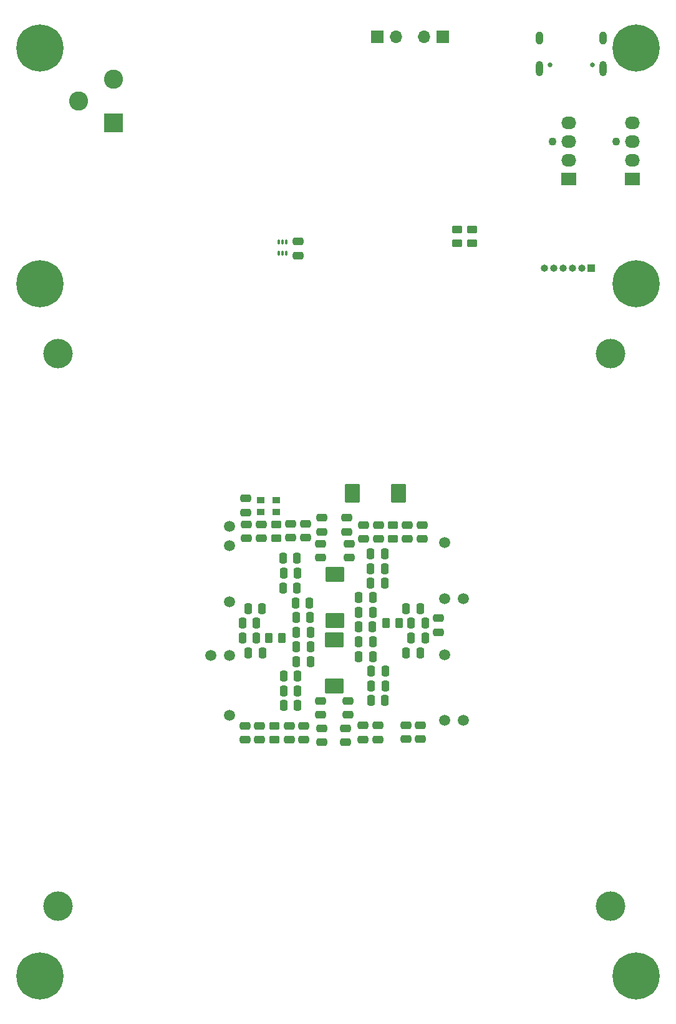
<source format=gbs>
G04 #@! TF.GenerationSoftware,KiCad,Pcbnew,7.0.7-7.0.7~ubuntu22.04.1*
G04 #@! TF.CreationDate,2024-01-04T12:49:52+01:00*
G04 #@! TF.ProjectId,piaxe,70696178-652e-46b6-9963-61645f706362,rev?*
G04 #@! TF.SameCoordinates,Original*
G04 #@! TF.FileFunction,Soldermask,Bot*
G04 #@! TF.FilePolarity,Negative*
%FSLAX46Y46*%
G04 Gerber Fmt 4.6, Leading zero omitted, Abs format (unit mm)*
G04 Created by KiCad (PCBNEW 7.0.7-7.0.7~ubuntu22.04.1) date 2024-01-04 12:49:52*
%MOMM*%
%LPD*%
G01*
G04 APERTURE LIST*
G04 Aperture macros list*
%AMRoundRect*
0 Rectangle with rounded corners*
0 $1 Rounding radius*
0 $2 $3 $4 $5 $6 $7 $8 $9 X,Y pos of 4 corners*
0 Add a 4 corners polygon primitive as box body*
4,1,4,$2,$3,$4,$5,$6,$7,$8,$9,$2,$3,0*
0 Add four circle primitives for the rounded corners*
1,1,$1+$1,$2,$3*
1,1,$1+$1,$4,$5*
1,1,$1+$1,$6,$7*
1,1,$1+$1,$8,$9*
0 Add four rect primitives between the rounded corners*
20,1,$1+$1,$2,$3,$4,$5,0*
20,1,$1+$1,$4,$5,$6,$7,0*
20,1,$1+$1,$6,$7,$8,$9,0*
20,1,$1+$1,$8,$9,$2,$3,0*%
G04 Aperture macros list end*
%ADD10C,0.800000*%
%ADD11C,6.400000*%
%ADD12C,4.000000*%
%ADD13R,1.700000X1.700000*%
%ADD14O,1.700000X1.700000*%
%ADD15R,1.000000X1.000000*%
%ADD16O,1.000000X1.000000*%
%ADD17C,1.100000*%
%ADD18R,2.030000X1.730000*%
%ADD19O,2.030000X1.730000*%
%ADD20R,2.600000X2.600000*%
%ADD21C,2.600000*%
%ADD22C,0.650000*%
%ADD23O,1.000000X2.100000*%
%ADD24O,1.000000X1.800000*%
%ADD25RoundRect,0.250000X0.250000X0.475000X-0.250000X0.475000X-0.250000X-0.475000X0.250000X-0.475000X0*%
%ADD26RoundRect,0.250000X0.475000X-0.250000X0.475000X0.250000X-0.475000X0.250000X-0.475000X-0.250000X0*%
%ADD27C,1.500000*%
%ADD28RoundRect,0.250000X1.025000X-0.787500X1.025000X0.787500X-1.025000X0.787500X-1.025000X-0.787500X0*%
%ADD29RoundRect,0.250000X-0.475000X0.250000X-0.475000X-0.250000X0.475000X-0.250000X0.475000X0.250000X0*%
%ADD30RoundRect,0.250000X0.262500X0.450000X-0.262500X0.450000X-0.262500X-0.450000X0.262500X-0.450000X0*%
%ADD31RoundRect,0.250000X-0.262500X-0.450000X0.262500X-0.450000X0.262500X0.450000X-0.262500X0.450000X0*%
%ADD32RoundRect,0.250000X-0.250000X-0.475000X0.250000X-0.475000X0.250000X0.475000X-0.250000X0.475000X0*%
%ADD33RoundRect,0.250000X-1.025000X0.787500X-1.025000X-0.787500X1.025000X-0.787500X1.025000X0.787500X0*%
%ADD34RoundRect,0.250000X-0.450000X0.262500X-0.450000X-0.262500X0.450000X-0.262500X0.450000X0.262500X0*%
%ADD35R,1.000000X0.900000*%
%ADD36RoundRect,0.250000X0.450000X-0.262500X0.450000X0.262500X-0.450000X0.262500X-0.450000X-0.262500X0*%
%ADD37RoundRect,0.050000X0.100000X-0.285000X0.100000X0.285000X-0.100000X0.285000X-0.100000X-0.285000X0*%
%ADD38RoundRect,0.250000X-0.787500X-1.025000X0.787500X-1.025000X0.787500X1.025000X-0.787500X1.025000X0*%
G04 APERTURE END LIST*
D10*
X52600000Y-43000000D03*
X53302944Y-41302944D03*
X53302944Y-44697056D03*
X55000000Y-40600000D03*
D11*
X55000000Y-43000000D03*
D10*
X55000000Y-45400000D03*
X56697056Y-41302944D03*
X56697056Y-44697056D03*
X57400000Y-43000000D03*
D12*
X132500000Y-159500000D03*
D13*
X109723000Y-41503600D03*
D14*
X107183000Y-41503600D03*
D15*
X129875000Y-72900000D03*
D16*
X128605000Y-72900000D03*
X127335000Y-72900000D03*
X126065000Y-72900000D03*
X124795000Y-72900000D03*
X123525000Y-72900000D03*
D17*
X133303000Y-55740000D03*
D18*
X135463000Y-60820000D03*
D19*
X135463000Y-58280000D03*
X135463000Y-55740000D03*
X135463000Y-53200000D03*
D12*
X57500000Y-159500000D03*
D13*
X100838000Y-41503600D03*
D14*
X103378000Y-41503600D03*
D12*
X57500000Y-84500000D03*
D10*
X133600000Y-43000000D03*
X134302944Y-41302944D03*
X134302944Y-44697056D03*
X136000000Y-40600000D03*
D11*
X136000000Y-43000000D03*
D10*
X136000000Y-45400000D03*
X137697056Y-41302944D03*
X137697056Y-44697056D03*
X138400000Y-43000000D03*
D12*
X132500000Y-84500000D03*
D10*
X133600000Y-169000000D03*
X134302944Y-167302944D03*
X134302944Y-170697056D03*
X136000000Y-166600000D03*
D11*
X136000000Y-169000000D03*
D10*
X136000000Y-171400000D03*
X137697056Y-167302944D03*
X137697056Y-170697056D03*
X138400000Y-169000000D03*
X52600000Y-75000000D03*
X53302944Y-73302944D03*
X53302944Y-76697056D03*
X55000000Y-72600000D03*
D11*
X55000000Y-75000000D03*
D10*
X55000000Y-77400000D03*
X56697056Y-73302944D03*
X56697056Y-76697056D03*
X57400000Y-75000000D03*
D17*
X124667000Y-55740000D03*
D18*
X126827000Y-60820000D03*
D19*
X126827000Y-58280000D03*
X126827000Y-55740000D03*
X126827000Y-53200000D03*
D10*
X133600000Y-75000000D03*
X134302944Y-73302944D03*
X134302944Y-76697056D03*
X136000000Y-72600000D03*
D11*
X136000000Y-75000000D03*
D10*
X136000000Y-77400000D03*
X137697056Y-73302944D03*
X137697056Y-76697056D03*
X138400000Y-75000000D03*
D20*
X65000000Y-53200000D03*
D21*
X65000000Y-47200000D03*
X60300000Y-50200000D03*
D22*
X130090000Y-45305000D03*
X124310000Y-45305000D03*
D23*
X131520000Y-45805000D03*
D24*
X131520000Y-41625000D03*
D23*
X122880000Y-45805000D03*
D24*
X122880000Y-41625000D03*
D10*
X52600000Y-169000000D03*
X53302944Y-167302944D03*
X53302944Y-170697056D03*
X55000000Y-166600000D03*
D11*
X55000000Y-169000000D03*
D10*
X55000000Y-171400000D03*
X56697056Y-167302944D03*
X56697056Y-170697056D03*
X57400000Y-169000000D03*
D25*
X91760000Y-126310000D03*
X89860000Y-126310000D03*
X106650000Y-125100000D03*
X104750000Y-125100000D03*
D26*
X101000000Y-109650000D03*
X101000000Y-107750000D03*
D27*
X110000000Y-117750000D03*
D28*
X95000000Y-129612500D03*
X95000000Y-123387500D03*
D26*
X96500000Y-137250000D03*
X96500000Y-135350000D03*
D29*
X93300000Y-135350000D03*
X93300000Y-137250000D03*
D27*
X80750000Y-110600000D03*
D25*
X91650000Y-118325000D03*
X89750000Y-118325000D03*
D29*
X90043000Y-69281000D03*
X90043000Y-71181000D03*
X104900000Y-107750000D03*
X104900000Y-109650000D03*
D27*
X80750000Y-125500000D03*
D30*
X87925000Y-123100000D03*
X86100000Y-123100000D03*
D25*
X90000000Y-130270000D03*
X88100000Y-130270000D03*
D29*
X88875000Y-135000000D03*
X88875000Y-136900000D03*
D26*
X83100000Y-109575000D03*
X83100000Y-107675000D03*
D31*
X101987500Y-121100000D03*
X103812500Y-121100000D03*
D32*
X105450000Y-123100000D03*
X107350000Y-123100000D03*
D33*
X95050000Y-114487500D03*
X95050000Y-120712500D03*
D32*
X99920000Y-113670000D03*
X101820000Y-113670000D03*
X99950000Y-131600000D03*
X101850000Y-131600000D03*
X100000000Y-127600000D03*
X101900000Y-127600000D03*
X99920000Y-115670000D03*
X101820000Y-115670000D03*
D25*
X84450000Y-121100000D03*
X82550000Y-121100000D03*
D27*
X112522000Y-134239000D03*
D29*
X93100000Y-131650000D03*
X93100000Y-133550000D03*
D27*
X78232000Y-125476000D03*
D26*
X100900000Y-136875000D03*
X100900000Y-134975000D03*
X104700000Y-136850000D03*
X104700000Y-134950000D03*
D27*
X110000000Y-110109000D03*
D26*
X109100000Y-122300000D03*
X109100000Y-120400000D03*
D25*
X91700000Y-120325000D03*
X89800000Y-120325000D03*
D34*
X86875000Y-135037500D03*
X86875000Y-136862500D03*
D32*
X83300000Y-119100000D03*
X85200000Y-119100000D03*
D26*
X98900000Y-136875000D03*
X98900000Y-134975000D03*
D32*
X83350000Y-125100000D03*
X85250000Y-125100000D03*
D25*
X91750000Y-124325000D03*
X89850000Y-124325000D03*
D29*
X93300000Y-106800000D03*
X93300000Y-108700000D03*
D32*
X98310000Y-119610000D03*
X100210000Y-119610000D03*
D25*
X89950000Y-116300000D03*
X88050000Y-116300000D03*
X90000000Y-114300000D03*
X88100000Y-114300000D03*
D26*
X96900000Y-133550000D03*
X96900000Y-131650000D03*
D29*
X83000000Y-104175000D03*
X83000000Y-106075000D03*
D26*
X106900000Y-109650000D03*
X106900000Y-107750000D03*
D32*
X98310000Y-117630000D03*
X100210000Y-117630000D03*
D29*
X91100000Y-107575000D03*
X91100000Y-109475000D03*
D32*
X98310000Y-125610000D03*
X100210000Y-125610000D03*
D26*
X98990000Y-109650000D03*
X98990000Y-107750000D03*
D27*
X112522000Y-117750000D03*
D35*
X84975000Y-104425000D03*
X87125000Y-104425000D03*
X87125000Y-105975000D03*
X84975000Y-105975000D03*
D32*
X99920000Y-111670000D03*
X101820000Y-111670000D03*
X100000000Y-129600000D03*
X101900000Y-129600000D03*
D25*
X106650000Y-119100000D03*
X104750000Y-119100000D03*
D36*
X113700000Y-69512500D03*
X113700000Y-67687500D03*
X102930000Y-109612500D03*
X102930000Y-107787500D03*
D26*
X84875000Y-136900000D03*
X84875000Y-135000000D03*
D29*
X82875000Y-135000000D03*
X82875000Y-136900000D03*
D27*
X110000000Y-125349000D03*
D25*
X91750000Y-122325000D03*
X89850000Y-122325000D03*
D36*
X111700000Y-69512500D03*
X111700000Y-67687500D03*
D25*
X90000000Y-128270000D03*
X88100000Y-128270000D03*
D37*
X88500000Y-70844000D03*
X88000000Y-70844000D03*
X87500000Y-70844000D03*
X87500000Y-69364000D03*
X88000000Y-69364000D03*
X88500000Y-69364000D03*
D25*
X90000000Y-132270000D03*
X88100000Y-132270000D03*
X89950000Y-112300000D03*
X88050000Y-112300000D03*
D29*
X106700000Y-134950000D03*
X106700000Y-136850000D03*
D34*
X87100000Y-107725000D03*
X87100000Y-109550000D03*
D29*
X89100000Y-107575000D03*
X89100000Y-109475000D03*
D38*
X97487500Y-103500000D03*
X103712500Y-103500000D03*
D27*
X80800000Y-118200000D03*
D29*
X90875000Y-135000000D03*
X90875000Y-136900000D03*
D32*
X98310000Y-123610000D03*
X100210000Y-123610000D03*
D26*
X97000000Y-112200000D03*
X97000000Y-110300000D03*
D27*
X80750000Y-107950000D03*
D29*
X85100000Y-107675000D03*
X85100000Y-109575000D03*
D32*
X105450000Y-121100000D03*
X107350000Y-121100000D03*
D29*
X93100000Y-110300000D03*
X93100000Y-112200000D03*
D27*
X110000000Y-134250000D03*
D26*
X96700000Y-108700000D03*
X96700000Y-106800000D03*
D32*
X98260000Y-121610000D03*
X100160000Y-121610000D03*
D27*
X80750000Y-133604000D03*
D25*
X84450000Y-123100000D03*
X82550000Y-123100000D03*
M02*

</source>
